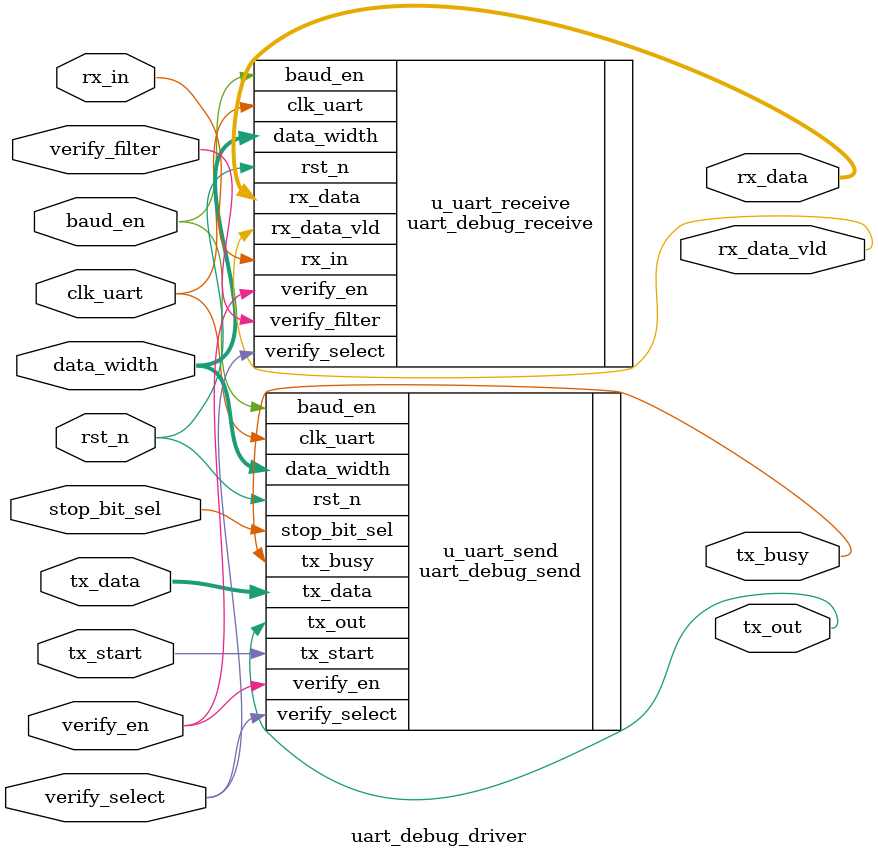
<source format=v>
`timescale 1 ns / 1 ps

module uart_debug_driver(
//-----------------------------------------------------------------------------------
//Global Sinals 
//-----------------------------------------------------------------------------------     
    input               rst_n                   ,   // Reset, Valid low  
    input               clk_uart                ,   // Uart Refence Clock  
    input               baud_en                 ,   // Baudrate Enable, Last 1 clock cycle  
//-----------------------------------------------------------------------------------
//Software Config Sinals 
//-----------------------------------------------------------------------------------  
    input               verify_en               ,   // Verify Enable, 1-Enable; 0-Disable
    input               verify_select           ,   // Verify Mode Select, 1-Odd; 0-Even
    input               stop_bit_sel            ,   // Stop Bit Width Select, 1-2 bit; 0-1 bit 
    input               verify_filter           ,   // Verify faild filter,  1-Enable; 0-Disable
    input [3:0]         data_width              ,   // Data Width, valid rang: 8~5
//-----------------------------------------------------------------------------------
//Tx Data Load Interface
//-----------------------------------------------------------------------------------                                                   
    input [7:0]         tx_data                 ,   // TX data
    input               tx_start                ,   // TX start signal, Valid high
//-----------------------------------------------------------------------------------
//Rx data Sinals 
//-----------------------------------------------------------------------------------    
    output [7:0]        rx_data                 ,   // Recieved Data  
    output              rx_data_vld             ,   // Recieved Data Strobe, Last 1 baudrate cycle    
//-----------------------------------------------------------------------------------
//Software Interface Sinals 
//-----------------------------------------------------------------------------------     
    output              tx_busy                 ,   // TX busy, 1-busy; 0-idle
//-----------------------------------------------------------------------------------
//TX-Line & RX-Line Sinals
//-----------------------------------------------------------------------------------     
    input               rx_in                   ,   // UART Recieve Line
    output              tx_out                      // UART Transmit Line  
);


uart_debug_receive u_uart_receive(
//-----------------------------------------------------------------------------------
//Global Sinals 
//-----------------------------------------------------------------------------------     
    .rst_n                      (rst_n                      ),
    .clk_uart                   (clk_uart                   ),
    .baud_en                    (baud_en                    ),
//-----------------------------------------------------------------------------------
//Software Interface Sinals 
//-----------------------------------------------------------------------------------   
    .verify_en                  (verify_en                  ),
    .verify_select              (verify_select              ),
    .verify_filter              (verify_filter              ),
    .data_width                 (data_width                 ),
//-----------------------------------------------------------------------------------
//RX-Line Sinals
//----------------------------------------------------------------------------------- 
    .rx_in                      (rx_in                      ),
//-----------------------------------------------------------------------------------
//Rx data Sinals 
//-----------------------------------------------------------------------------------    
    .rx_data                    (rx_data                    ),
    .rx_data_vld                (rx_data_vld                )
);


uart_debug_send u_uart_send(
//-----------------------------------------------------------------------------------
//Global Sinals 
//-----------------------------------------------------------------------------------     
    .rst_n                      (rst_n                      ),
    .clk_uart                   (clk_uart                   ),
    .baud_en                    (baud_en                    ),
//-----------------------------------------------------------------------------------
//Software Config Sinals 
//-----------------------------------------------------------------------------------  
    .verify_en                  (verify_en                  ),
    .verify_select              (verify_select              ),
    .stop_bit_sel               (stop_bit_sel               ),
    .data_width                 (data_width                 ),
//-----------------------------------------------------------------------------------
//Tx Data Load Interface
//-----------------------------------------------------------------------------------                                                   
    .tx_data                    (tx_data                    ),
    .tx_start                   (tx_start                   ),
//-----------------------------------------------------------------------------------
//Software Interface Sinals 
//-----------------------------------------------------------------------------------     
    .tx_busy                    (tx_busy                    ),
//-----------------------------------------------------------------------------------
//TX-Line Sinals
//-----------------------------------------------------------------------------------     
    .tx_out                     (tx_out                     )
);


endmodule






</source>
